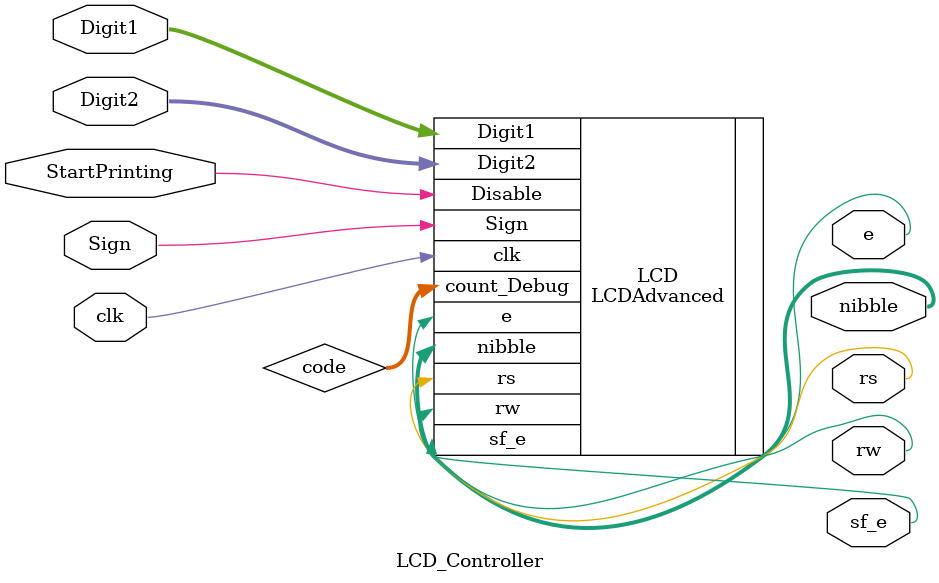
<source format=v>
`timescale 1ns / 1ps
module LCD_Controller(
clk,
sf_e,
e,
rs,
rw,
nibble,
Sign,
Digit1, //Data to be printed 
Digit2,
StartPrinting
 );
 
input clk;//pin C9 is 50 MHz on board clk
input [3:0] Digit1,Digit2;//max 2 digits
input StartPrinting, Sign;

output sf_e; //1 LCD access 
output e; //enable (1)
output rs; //Register Select (1 data bits for R/W)
output rw; //Read/Write, 1/0
output [3:0] nibble; //to form a nibble
wire [5:0] code;

LCDAdvanced LCD(
.clk(clk),//Uncertainity
.sf_e(sf_e),
.e(e),
.rs(rs),
.rw(rw),
.nibble(nibble),
.Sign(Sign),
.Digit1(Digit1), //Data to be printed
.Digit2(Digit2),
.Disable(StartPrinting),
.count_Debug(code)
    );

endmodule

</source>
